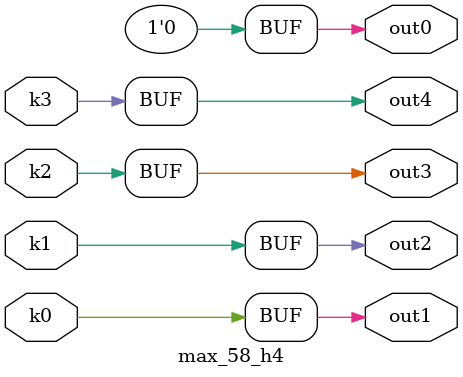
<source format=v>
module max_58(pi00, pi01, pi02, pi03, pi04, pi05, pi06, pi07, pi08, pi09, pi10, po0, po1, po2, po3, po4);
input pi00, pi01, pi02, pi03, pi04, pi05, pi06, pi07, pi08, pi09, pi10;
output po0, po1, po2, po3, po4;
wire k0, k1, k2, k3;
max_58_w4 DUT1 (pi00, pi01, pi02, pi03, pi04, pi05, pi06, pi07, pi08, pi09, pi10, k0, k1, k2, k3);
max_58_h4 DUT2 (k0, k1, k2, k3, po0, po1, po2, po3, po4);
endmodule

module max_58_w4(in10, in9, in8, in7, in6, in5, in4, in3, in2, in1, in0, k3, k2, k1, k0);
input in10, in9, in8, in7, in6, in5, in4, in3, in2, in1, in0;
output k3, k2, k1, k0;
assign k0 =   in0 ? ~in8 : ~in4;
assign k1 =   in0 ? ~in9 : ~in5;
assign k2 =   in0 ? ~in10 : ~in6;
assign k3 =   (((in10 & (~in6 | (~in1 & ~in2))) | (~in6 & ~in1 & ~in2)) & (in7 | ~in3) & (in8 | ~in4) & (in9 | ~in5)) | ((in7 | ~in3) & ((in9 & ~in5 & (in8 | ~in4)) | (in8 & ~in4))) | (in7 & ~in3);
endmodule

module max_58_h4(k3, k2, k1, k0, out4, out3, out2, out1, out0);
input k3, k2, k1, k0;
output out4, out3, out2, out1, out0;
assign out0 = 0;
assign out1 = k0;
assign out2 = k1;
assign out3 = k2;
assign out4 = k3;
endmodule

</source>
